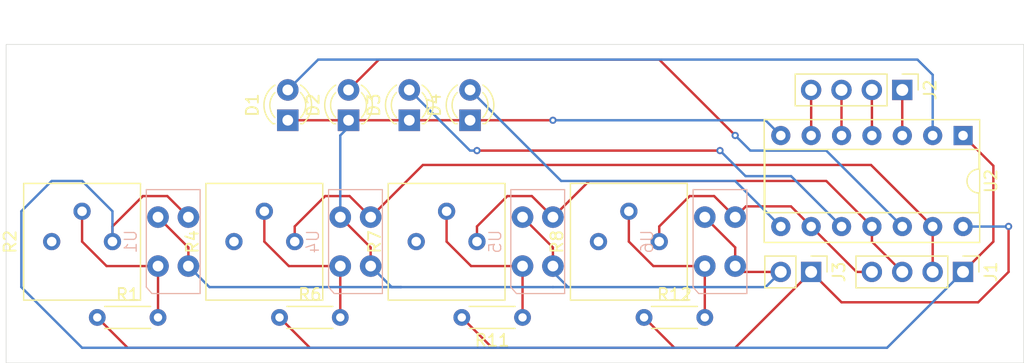
<source format=kicad_pcb>
(kicad_pcb (version 20240108) (generator "pcbnew") (generator_version "8.0")
  (layers (0 "F.Cu" signal) (31 "B.Cu" signal) (34 "B.Paste" user) (35 "F.Paste" user) (36 "B.SilkS" user "B.Silkscreen") (37 "F.SilkS" user "F.Silkscreen") (38 "B.Mask" user) (39 "F.Mask" user) (44 "Edge.Cuts" user))
  (net 0 "")
  (net 1 "Net-(D1-A)")
  (net 2 "GND")
  (net 3 "Net-(D2-A)")
  (net 4 "Net-(D3-A)")
  (net 5 "Net-(D4-A)")
  (net 6 "Net-(J1-Pin_4)")
  (net 7 "Net-(J1-Pin_2)")
  (net 8 "Net-(J1-Pin_1)")
  (net 9 "Net-(J1-Pin_3)")
  (net 10 "Net-(J2-Pin_1)")
  (net 11 "Net-(J2-Pin_4)")
  (net 12 "Net-(J2-Pin_3)")
  (net 13 "Net-(J2-Pin_2)")
  (net 14 "+5V")
  (net 15 "Net-(U1-Anode)")
  (net 16 "Net-(U4-Anode)")
  (net 17 "Net-(U5-Anode)")
  (net 18 "Net-(U6-Anode)")
  (footprint "LED_THT:LED_D3.0mm" (layer "F.Cu") (at 75.62 25.4 90)
    (property "Reference" "D4" (at 1.27 -2.96 90) (layer "F.SilkS"))
    (property "Value" "LED")
    (fp_line (start -0.29 -1.236) (end -0.29 -1.08) (stroke (width 0.12)) (layer "F.SilkS"))
    (fp_line (start -0.29 1.08) (end -0.29 1.236) (stroke (width 0.12)) (layer "F.SilkS"))
    (fp_arc (start -0.29 -1.235516) (mid 1.366487 -1.987659) (end 2.942335 -1.078608) (stroke (width 0.12)) (layer "F.SilkS"))
    (fp_arc (start 0.229039 -1.08) (mid 1.270117 -1.5) (end 2.31113 -1.079837) (stroke (width 0.12)) (layer "F.SilkS"))
    (fp_arc (start 2.942335 1.078608) (mid 1.366487 1.987659) (end -0.29 1.235516) (stroke (width 0.12)) (layer "F.SilkS"))
    (fp_arc (start 2.31113 1.079837) (mid 1.270117 1.5) (end 0.229039 1.08) (stroke (width 0.12)) (layer "F.SilkS"))
    (pad "1" thru_hole rect (at 0 0 90) (size 1.8 1.8) (drill 0.9) (layers "*.Cu" "*.Mask") (net 2 "GND"))
    (pad "2" thru_hole circle (at 2.54 0 90) (size 1.8 1.8) (drill 0.9) (layers "*.Cu" "*.Mask") (net 5 "Net-(D4-A)"))
  )
  (footprint "Connector_PinHeader_2.54mm:PinHeader_1x04_P2.54mm_Vertical" (layer "F.Cu") (at 116.84 38.1 -90)
    (property "Reference" "J1" (at 0 -2.33 90) (layer "F.SilkS"))
    (property "Value" "Conn_01x04_Socket")
    (fp_line (start -1.33 8.95) (end 1.33 8.95) (stroke (width 0.12)) (layer "F.SilkS"))
    (fp_line (start -1.33 1.27) (end -1.33 8.95) (stroke (width 0.12)) (layer "F.SilkS"))
    (fp_line (start -1.33 1.27) (end 1.33 1.27) (stroke (width 0.12)) (layer "F.SilkS"))
    (fp_line (start 1.33 1.27) (end 1.33 8.95) (stroke (width 0.12)) (layer "F.SilkS"))
    (fp_line (start -1.33 0) (end -1.33 -1.33) (stroke (width 0.12)) (layer "F.SilkS"))
    (fp_line (start -1.33 -1.33) (end 0 -1.33) (stroke (width 0.12)) (layer "F.SilkS"))
    (pad "1" thru_hole rect (at 0 0 270) (size 1.7 1.7) (drill 1) (layers "*.Cu" "*.Mask") (net 8 "Net-(J1-Pin_1)"))
    (pad "2" thru_hole oval (at 0 2.54 270) (size 1.7 1.7) (drill 1) (layers "*.Cu" "*.Mask") (net 7 "Net-(J1-Pin_2)"))
    (pad "3" thru_hole oval (at 0 5.08 270) (size 1.7 1.7) (drill 1) (layers "*.Cu" "*.Mask") (net 9 "Net-(J1-Pin_3)"))
    (pad "4" thru_hole oval (at 0 7.62 270) (size 1.7 1.7) (drill 1) (layers "*.Cu" "*.Mask") (net 6 "Net-(J1-Pin_4)"))
  )
  (footprint "Resistor_THT:R_Axial_DIN0204_L3.6mm_D1.6mm_P5.08mm_Horizontal" (layer "F.Cu") (at 80.01 41.91 180)
    (property "Reference" "R11" (at 2.54 -1.92 0) (layer "F.SilkS"))
    (property "Value" "300")
    (fp_line (start 0.62 0.92) (end 4.46 0.92) (stroke (width 0.12)) (layer "F.SilkS"))
    (fp_line (start 0.62 -0.92) (end 4.46 -0.92) (stroke (width 0.12)) (layer "F.SilkS"))
    (pad "1" thru_hole circle (at 0 0 180) (size 1.4 1.4) (drill 0.7) (layers "*.Cu" "*.Mask") (net 17 "Net-(U5-Anode)"))
    (pad "2" thru_hole oval (at 5.08 0 180) (size 1.4 1.4) (drill 0.7) (layers "*.Cu" "*.Mask") (net 14 "+5V"))
  )
  (footprint "Resistor_THT:R_Axial_DIN0204_L3.6mm_D1.6mm_P5.08mm_Horizontal" (layer "F.Cu") (at 90.17 41.91)
    (property "Reference" "R12" (at 2.54 -1.92 0) (layer "F.SilkS"))
    (property "Value" "300")
    (fp_line (start 0.62 -0.92) (end 4.46 -0.92) (stroke (width 0.12)) (layer "F.SilkS"))
    (fp_line (start 0.62 0.92) (end 4.46 0.92) (stroke (width 0.12)) (layer "F.SilkS"))
    (pad "1" thru_hole circle (at 0 0) (size 1.4 1.4) (drill 0.7) (layers "*.Cu" "*.Mask") (net 14 "+5V"))
    (pad "2" thru_hole oval (at 5.08 0) (size 1.4 1.4) (drill 0.7) (layers "*.Cu" "*.Mask") (net 18 "Net-(U6-Anode)"))
  )
  (footprint "LED_THT:LED_D3.0mm" (layer "F.Cu") (at 70.54 25.4 90)
    (property "Reference" "D3" (at 1.27 -2.96 90) (layer "F.SilkS"))
    (property "Value" "LED")
    (fp_line (start -0.29 -1.236) (end -0.29 -1.08) (stroke (width 0.12)) (layer "F.SilkS"))
    (fp_line (start -0.29 1.08) (end -0.29 1.236) (stroke (width 0.12)) (layer "F.SilkS"))
    (fp_arc (start -0.29 -1.235516) (mid 1.366487 -1.987659) (end 2.942335 -1.078608) (stroke (width 0.12)) (layer "F.SilkS"))
    (fp_arc (start 0.229039 -1.08) (mid 1.270117 -1.5) (end 2.31113 -1.079837) (stroke (width 0.12)) (layer "F.SilkS"))
    (fp_arc (start 2.942335 1.078608) (mid 1.366487 1.987659) (end -0.29 1.235516) (stroke (width 0.12)) (layer "F.SilkS"))
    (fp_arc (start 2.31113 1.079837) (mid 1.270117 1.5) (end 0.229039 1.08) (stroke (width 0.12)) (layer "F.SilkS"))
    (pad "1" thru_hole rect (at 0 0 90) (size 1.8 1.8) (drill 0.9) (layers "*.Cu" "*.Mask") (net 2 "GND"))
    (pad "2" thru_hole circle (at 2.54 0 90) (size 1.8 1.8) (drill 0.9) (layers "*.Cu" "*.Mask") (net 4 "Net-(D3-A)"))
  )
  (footprint "Connector_PinHeader_2.54mm:PinHeader_1x02_P2.54mm_Vertical" (layer "F.Cu") (at 104.14 38.1 -90)
    (property "Reference" "J3" (at 0 -2.33 90) (layer "F.SilkS"))
    (property "Value" "Conn_01x02_Socket")
    (fp_line (start -1.33 3.87) (end 1.33 3.87) (stroke (width 0.12)) (layer "F.SilkS"))
    (fp_line (start -1.33 1.27) (end -1.33 3.87) (stroke (width 0.12)) (layer "F.SilkS"))
    (fp_line (start -1.33 1.27) (end 1.33 1.27) (stroke (width 0.12)) (layer "F.SilkS"))
    (fp_line (start 1.33 1.27) (end 1.33 3.87) (stroke (width 0.12)) (layer "F.SilkS"))
    (fp_line (start -1.33 0) (end -1.33 -1.33) (stroke (width 0.12)) (layer "F.SilkS"))
    (fp_line (start -1.33 -1.33) (end 0 -1.33) (stroke (width 0.12)) (layer "F.SilkS"))
    (pad "1" thru_hole rect (at 0 0 270) (size 1.7 1.7) (drill 1) (layers "*.Cu" "*.Mask") (net 14 "+5V"))
    (pad "2" thru_hole oval (at 0 2.54 270) (size 1.7 1.7) (drill 1) (layers "*.Cu" "*.Mask") (net 2 "GND"))
  )
  (footprint "Resistor_THT:R_Axial_DIN0204_L3.6mm_D1.6mm_P5.08mm_Horizontal" (layer "F.Cu") (at 59.69 41.91)
    (property "Reference" "R6" (at 2.54 -1.92 0) (layer "F.SilkS"))
    (property "Value" "300")
    (fp_line (start 0.62 -0.92) (end 4.46 -0.92) (stroke (width 0.12)) (layer "F.SilkS"))
    (fp_line (start 0.62 0.92) (end 4.46 0.92) (stroke (width 0.12)) (layer "F.SilkS"))
    (pad "1" thru_hole circle (at 0 0) (size 1.4 1.4) (drill 0.7) (layers "*.Cu" "*.Mask") (net 14 "+5V"))
    (pad "2" thru_hole oval (at 5.08 0) (size 1.4 1.4) (drill 0.7) (layers "*.Cu" "*.Mask") (net 16 "Net-(U4-Anode)"))
  )
  (footprint "Potentiometer_THT:Potentiometer_Bourns_3386P_Vertical" (layer "F.Cu") (at 60.96 35.56 90)
    (property "Reference" "R4" (at -0.015 -8.555 90) (layer "F.SilkS"))
    (property "Value" "50k")
    (fp_line (start 4.87 -7.425) (end 4.87 2.345) (stroke (width 0.12)) (layer "F.SilkS"))
    (fp_line (start -4.9 -7.425) (end 4.87 -7.425) (stroke (width 0.12)) (layer "F.SilkS"))
    (fp_line (start -4.9 -7.425) (end -4.9 2.345) (stroke (width 0.12)) (layer "F.SilkS"))
    (fp_line (start -4.9 2.345) (end 4.87 2.345) (stroke (width 0.12)) (layer "F.SilkS"))
    (pad "1" thru_hole circle (at 0 0 90) (size 1.44 1.44) (drill 0.8) (layers "*.Cu" "*.Mask") (net 7 "Net-(J1-Pin_2)"))
    (pad "2" thru_hole circle (at 2.54 -2.54 90) (size 1.44 1.44) (drill 0.8) (layers "*.Cu" "*.Mask") (net 16 "Net-(U4-Anode)"))
    (pad "3" thru_hole circle (at 0 -5.08 90) (size 1.44 1.44) (drill 0.8) (layers "*.Cu" "*.Mask"))
  )
  (footprint "LED_THT:LED_D3.0mm" (layer "F.Cu") (at 65.46 25.4 90)
    (property "Reference" "D2" (at 1.27 -2.96 90) (layer "F.SilkS"))
    (property "Value" "LED")
    (fp_line (start -0.29 -1.236) (end -0.29 -1.08) (stroke (width 0.12)) (layer "F.SilkS"))
    (fp_line (start -0.29 1.08) (end -0.29 1.236) (stroke (width 0.12)) (layer "F.SilkS"))
    (fp_arc (start -0.29 -1.235516) (mid 1.366487 -1.987659) (end 2.942335 -1.078608) (stroke (width 0.12)) (layer "F.SilkS"))
    (fp_arc (start 0.229039 -1.08) (mid 1.270117 -1.5) (end 2.31113 -1.079837) (stroke (width 0.12)) (layer "F.SilkS"))
    (fp_arc (start 2.942335 1.078608) (mid 1.366487 1.987659) (end -0.29 1.235516) (stroke (width 0.12)) (layer "F.SilkS"))
    (fp_arc (start 2.31113 1.079837) (mid 1.270117 1.5) (end 0.229039 1.08) (stroke (width 0.12)) (layer "F.SilkS"))
    (pad "1" thru_hole rect (at 0 0 90) (size 1.8 1.8) (drill 0.9) (layers "*.Cu" "*.Mask") (net 2 "GND"))
    (pad "2" thru_hole circle (at 2.54 0 90) (size 1.8 1.8) (drill 0.9) (layers "*.Cu" "*.Mask") (net 3 "Net-(D2-A)"))
  )
  (footprint "Potentiometer_THT:Potentiometer_Bourns_3386P_Vertical" (layer "F.Cu") (at 91.44 35.56 90)
    (property "Reference" "R8" (at -0.015 -8.555 90) (layer "F.SilkS"))
    (property "Value" "50k")
    (fp_line (start 4.87 -7.425) (end 4.87 2.345) (stroke (width 0.12)) (layer "F.SilkS"))
    (fp_line (start -4.9 -7.425) (end 4.87 -7.425) (stroke (width 0.12)) (layer "F.SilkS"))
    (fp_line (start -4.9 -7.425) (end -4.9 2.345) (stroke (width 0.12)) (layer "F.SilkS"))
    (fp_line (start -4.9 2.345) (end 4.87 2.345) (stroke (width 0.12)) (layer "F.SilkS"))
    (pad "1" thru_hole circle (at 0 0 90) (size 1.44 1.44) (drill 0.8) (layers "*.Cu" "*.Mask") (net 6 "Net-(J1-Pin_4)"))
    (pad "2" thru_hole circle (at 2.54 -2.54 90) (size 1.44 1.44) (drill 0.8) (layers "*.Cu" "*.Mask") (net 18 "Net-(U6-Anode)"))
    (pad "3" thru_hole circle (at 0 -5.08 90) (size 1.44 1.44) (drill 0.8) (layers "*.Cu" "*.Mask"))
  )
  (footprint "LED_THT:LED_D3.0mm" (layer "F.Cu") (at 60.38 25.4 90)
    (property "Reference" "D1" (at 1.27 -2.96 90) (layer "F.SilkS"))
    (property "Value" "LED")
    (fp_line (start -0.29 -1.236) (end -0.29 -1.08) (stroke (width 0.12)) (layer "F.SilkS"))
    (fp_line (start -0.29 1.08) (end -0.29 1.236) (stroke (width 0.12)) (layer "F.SilkS"))
    (fp_arc (start -0.29 -1.235516) (mid 1.366487 -1.987659) (end 2.942335 -1.078608) (stroke (width 0.12)) (layer "F.SilkS"))
    (fp_arc (start 0.229039 -1.08) (mid 1.270117 -1.5) (end 2.31113 -1.079837) (stroke (width 0.12)) (layer "F.SilkS"))
    (fp_arc (start 2.942335 1.078608) (mid 1.366487 1.987659) (end -0.29 1.235516) (stroke (width 0.12)) (layer "F.SilkS"))
    (fp_arc (start 2.31113 1.079837) (mid 1.270117 1.5) (end 0.229039 1.08) (stroke (width 0.12)) (layer "F.SilkS"))
    (pad "1" thru_hole rect (at 0 0 90) (size 1.8 1.8) (drill 0.9) (layers "*.Cu" "*.Mask") (net 2 "GND"))
    (pad "2" thru_hole circle (at 2.54 0 90) (size 1.8 1.8) (drill 0.9) (layers "*.Cu" "*.Mask") (net 1 "Net-(D1-A)"))
  )
  (footprint "Connector_PinHeader_2.54mm:PinHeader_1x04_P2.54mm_Vertical" (layer "F.Cu") (at 111.76 22.86 -90)
    (property "Reference" "J2" (at 0 -2.33 90) (layer "F.SilkS"))
    (property "Value" "Conn_01x04_Socket")
    (fp_line (start -1.33 8.95) (end 1.33 8.95) (stroke (width 0.12)) (layer "F.SilkS"))
    (fp_line (start -1.33 1.27) (end -1.33 8.95) (stroke (width 0.12)) (layer "F.SilkS"))
    (fp_line (start -1.33 1.27) (end 1.33 1.27) (stroke (width 0.12)) (layer "F.SilkS"))
    (fp_line (start 1.33 1.27) (end 1.33 8.95) (stroke (width 0.12)) (layer "F.SilkS"))
    (fp_line (start -1.33 0) (end -1.33 -1.33) (stroke (width 0.12)) (layer "F.SilkS"))
    (fp_line (start -1.33 -1.33) (end 0 -1.33) (stroke (width 0.12)) (layer "F.SilkS"))
    (pad "1" thru_hole rect (at 0 0 270) (size 1.7 1.7) (drill 1) (layers "*.Cu" "*.Mask") (net 10 "Net-(J2-Pin_1)"))
    (pad "2" thru_hole oval (at 0 2.54 270) (size 1.7 1.7) (drill 1) (layers "*.Cu" "*.Mask") (net 13 "Net-(J2-Pin_2)"))
    (pad "3" thru_hole oval (at 0 5.08 270) (size 1.7 1.7) (drill 1) (layers "*.Cu" "*.Mask") (net 12 "Net-(J2-Pin_3)"))
    (pad "4" thru_hole oval (at 0 7.62 270) (size 1.7 1.7) (drill 1) (layers "*.Cu" "*.Mask") (net 11 "Net-(J2-Pin_4)"))
  )
  (footprint "Package_DIP:DIP-14_W7.62mm_Socket" (layer "F.Cu") (at 116.845 26.68 -90)
    (property "Reference" "U2" (at 3.81 -2.33 90) (layer "F.SilkS"))
    (property "Value" "74HC7014")
    (fp_line (start -1.33 16.63) (end 8.95 16.63) (stroke (width 0.12)) (layer "F.SilkS"))
    (fp_line (start 8.95 16.63) (end 8.95 -1.39) (stroke (width 0.12)) (layer "F.SilkS"))
    (fp_line (start 1.16 16.57) (end 6.46 16.57) (stroke (width 0.12)) (layer "F.SilkS"))
    (fp_line (start 6.46 16.57) (end 6.46 -1.33) (stroke (width 0.12)) (layer "F.SilkS"))
    (fp_line (start 1.16 -1.33) (end 1.16 16.57) (stroke (width 0.12)) (layer "F.SilkS"))
    (fp_line (start 2.81 -1.33) (end 1.16 -1.33) (stroke (width 0.12)) (layer "F.SilkS"))
    (fp_line (start 6.46 -1.33) (end 4.81 -1.33) (stroke (width 0.12)) (layer "F.SilkS"))
    (fp_line (start -1.33 -1.39) (end -1.33 16.63) (stroke (width 0.12)) (layer "F.SilkS"))
    (fp_line (start 8.95 -1.39) (end -1.33 -1.39) (stroke (width 0.12)) (layer "F.SilkS"))
    (fp_arc (start 4.81 -1.33) (mid 3.81 -0.33) (end 2.81 -1.33) (stroke (width 0.12)) (layer "F.SilkS"))
    (pad "1" thru_hole rect (at 0 0 270) (size 1.6 1.6) (drill 0.8) (layers "*.Cu" "*.Mask") (net 8 "Net-(J1-Pin_1)"))
    (pad "2" thru_hole oval (at 0 2.54 270) (size 1.6 1.6) (drill 0.8) (layers "*.Cu" "*.Mask") (net 1 "Net-(D1-A)"))
    (pad "3" thru_hole oval (at 0 5.08 270) (size 1.6 1.6) (drill 0.8) (layers "*.Cu" "*.Mask") (net 10 "Net-(J2-Pin_1)"))
    (pad "4" thru_hole oval (at 0 7.62 270) (size 1.6 1.6) (drill 0.8) (layers "*.Cu" "*.Mask") (net 13 "Net-(J2-Pin_2)"))
    (pad "5" thru_hole oval (at 0 10.16 270) (size 1.6 1.6) (drill 0.8) (layers "*.Cu" "*.Mask") (net 12 "Net-(J2-Pin_3)"))
    (pad "6" thru_hole oval (at 0 12.7 270) (size 1.6 1.6) (drill 0.8) (layers "*.Cu" "*.Mask") (net 11 "Net-(J2-Pin_4)"))
    (pad "7" thru_hole oval (at 0 15.24 270) (size 1.6 1.6) (drill 0.8) (layers "*.Cu" "*.Mask") (net 2 "GND"))
    (pad "8" thru_hole oval (at 7.62 15.24 270) (size 1.6 1.6) (drill 0.8) (layers "*.Cu" "*.Mask") (net 5 "Net-(D4-A)"))
    (pad "9" thru_hole oval (at 7.62 12.7 270) (size 1.6 1.6) (drill 0.8) (layers "*.Cu" "*.Mask") (net 6 "Net-(J1-Pin_4)"))
    (pad "10" thru_hole oval (at 7.62 10.16 270) (size 1.6 1.6) (drill 0.8) (layers "*.Cu" "*.Mask") (net 4 "Net-(D3-A)"))
    (pad "11" thru_hole oval (at 7.62 7.62 270) (size 1.6 1.6) (drill 0.8) (layers "*.Cu" "*.Mask") (net 9 "Net-(J1-Pin_3)"))
    (pad "12" thru_hole oval (at 7.62 5.08 270) (size 1.6 1.6) (drill 0.8) (layers "*.Cu" "*.Mask") (net 3 "Net-(D2-A)"))
    (pad "13" thru_hole oval (at 7.62 2.54 270) (size 1.6 1.6) (drill 0.8) (layers "*.Cu" "*.Mask") (net 7 "Net-(J1-Pin_2)"))
    (pad "14" thru_hole oval (at 7.62 0 270) (size 1.6 1.6) (drill 0.8) (layers "*.Cu" "*.Mask") (net 14 "+5V"))
  )
  (footprint "Resistor_THT:R_Axial_DIN0204_L3.6mm_D1.6mm_P5.08mm_Horizontal" (layer "F.Cu") (at 44.45 41.91)
    (property "Reference" "R1" (at 2.54 -1.92 0) (layer "F.SilkS"))
    (property "Value" "300")
    (fp_line (start 0.62 -0.92) (end 4.46 -0.92) (stroke (width 0.12)) (layer "F.SilkS"))
    (fp_line (start 0.62 0.92) (end 4.46 0.92) (stroke (width 0.12)) (layer "F.SilkS"))
    (pad "1" thru_hole circle (at 0 0) (size 1.4 1.4) (drill 0.7) (layers "*.Cu" "*.Mask") (net 14 "+5V"))
    (pad "2" thru_hole oval (at 5.08 0) (size 1.4 1.4) (drill 0.7) (layers "*.Cu" "*.Mask") (net 15 "Net-(U1-Anode)"))
  )
  (footprint "Potentiometer_THT:Potentiometer_Bourns_3386P_Vertical" (layer "F.Cu") (at 45.72 35.56 90)
    (property "Reference" "R2" (at -0.015 -8.555 90) (layer "F.SilkS"))
    (property "Value" "50k")
    (fp_line (start 4.87 -7.425) (end 4.87 2.345) (stroke (width 0.12)) (layer "F.SilkS"))
    (fp_line (start -4.9 -7.425) (end 4.87 -7.425) (stroke (width 0.12)) (layer "F.SilkS"))
    (fp_line (start -4.9 -7.425) (end -4.9 2.345) (stroke (width 0.12)) (layer "F.SilkS"))
    (fp_line (start -4.9 2.345) (end 4.87 2.345) (stroke (width 0.12)) (layer "F.SilkS"))
    (pad "1" thru_hole circle (at 0 0 90) (size 1.44 1.44) (drill 0.8) (layers "*.Cu" "*.Mask") (net 8 "Net-(J1-Pin_1)"))
    (pad "2" thru_hole circle (at 2.54 -2.54 90) (size 1.44 1.44) (drill 0.8) (layers "*.Cu" "*.Mask") (net 15 "Net-(U1-Anode)"))
    (pad "3" thru_hole circle (at 0 -5.08 90) (size 1.44 1.44) (drill 0.8) (layers "*.Cu" "*.Mask"))
  )
  (footprint "Potentiometer_THT:Potentiometer_Bourns_3386P_Vertical" (layer "F.Cu") (at 76.2 35.56 90)
    (property "Reference" "R7" (at -0.015 -8.555 90) (layer "F.SilkS"))
    (property "Value" "50k")
    (fp_line (start 4.87 -7.425) (end 4.87 2.345) (stroke (width 0.12)) (layer "F.SilkS"))
    (fp_line (start -4.9 -7.425) (end 4.87 -7.425) (stroke (width 0.12)) (layer "F.SilkS"))
    (fp_line (start -4.9 -7.425) (end -4.9 2.345) (stroke (width 0.12)) (layer "F.SilkS"))
    (fp_line (start -4.9 2.345) (end 4.87 2.345) (stroke (width 0.12)) (layer "F.SilkS"))
    (pad "1" thru_hole circle (at 0 0 90) (size 1.44 1.44) (drill 0.8) (layers "*.Cu" "*.Mask") (net 9 "Net-(J1-Pin_3)"))
    (pad "2" thru_hole circle (at 2.54 -2.54 90) (size 1.44 1.44) (drill 0.8) (layers "*.Cu" "*.Mask") (net 17 "Net-(U5-Anode)"))
    (pad "3" thru_hole circle (at 0 -5.08 90) (size 1.44 1.44) (drill 0.8) (layers "*.Cu" "*.Mask"))
  )
  (footprint "LBR-127HLD:LBR-127HLD" (layer "B.Cu") (at 50.8 35.56 -90)
    (property "Reference" "U1" (at 0 3.556 90) (layer "B.SilkS") (effects (font (thickness 0.1)) (justify mirror)))
    (property "Value" "LBR-127HLD")
    (fp_line (start -4.35 2.25) (end 3.81 2.25) (stroke (width 0.1)) (layer "B.SilkS"))
    (fp_line (start 4.35 1.778) (end 3.81 2.25) (stroke (width 0.1)) (layer "B.SilkS"))
    (fp_line (start 4.35 1.778) (end 4.35 -2.25) (stroke (width 0.1)) (layer "B.SilkS"))
    (fp_line (start -4.35 -2.25) (end -4.35 2.25) (stroke (width 0.1)) (layer "B.SilkS"))
    (fp_line (start 4.35 -2.25) (end -4.35 -2.25) (stroke (width 0.1)) (layer "B.SilkS"))
    (pad "1" thru_hole circle (at 2.05 1.27 270) (size 1.8 1.8) (drill 0.9) (layers "*.Cu" "*.Mask") (net 15 "Net-(U1-Anode)"))
    (pad "2" thru_hole circle (at 2.05 -1.27 270) (size 1.8 1.8) (drill 0.9) (layers "*.Cu" "*.Mask") (net 2 "GND"))
    (pad "3" thru_hole circle (at -2.05 1.27 270) (size 1.8 1.8) (drill 0.9) (layers "*.Cu" "*.Mask") (net 2 "GND"))
    (pad "4" thru_hole circle (at -2.05 -1.27 270) (size 1.8 1.8) (drill 0.9) (layers "*.Cu" "*.Mask") (net 8 "Net-(J1-Pin_1)"))
  )
  (footprint "LBR-127HLD:LBR-127HLD" (layer "B.Cu") (at 81.28 35.56 -90)
    (property "Reference" "U5" (at 0 3.556 90) (layer "B.SilkS") (effects (font (thickness 0.1)) (justify mirror)))
    (property "Value" "LBR-127HLD")
    (fp_line (start -4.35 2.25) (end 3.81 2.25) (stroke (width 0.1)) (layer "B.SilkS"))
    (fp_line (start 4.35 1.778) (end 3.81 2.25) (stroke (width 0.1)) (layer "B.SilkS"))
    (fp_line (start 4.35 1.778) (end 4.35 -2.25) (stroke (width 0.1)) (layer "B.SilkS"))
    (fp_line (start -4.35 -2.25) (end -4.35 2.25) (stroke (width 0.1)) (layer "B.SilkS"))
    (fp_line (start 4.35 -2.25) (end -4.35 -2.25) (stroke (width 0.1)) (layer "B.SilkS"))
    (pad "1" thru_hole circle (at 2.05 1.27 270) (size 1.8 1.8) (drill 0.9) (layers "*.Cu" "*.Mask") (net 17 "Net-(U5-Anode)"))
    (pad "2" thru_hole circle (at 2.05 -1.27 270) (size 1.8 1.8) (drill 0.9) (layers "*.Cu" "*.Mask") (net 2 "GND"))
    (pad "3" thru_hole circle (at -2.05 1.27 270) (size 1.8 1.8) (drill 0.9) (layers "*.Cu" "*.Mask") (net 2 "GND"))
    (pad "4" thru_hole circle (at -2.05 -1.27 270) (size 1.8 1.8) (drill 0.9) (layers "*.Cu" "*.Mask") (net 9 "Net-(J1-Pin_3)"))
  )
  (footprint "LBR-127HLD:LBR-127HLD" (layer "B.Cu") (at 96.52 35.56 -90)
    (property "Reference" "U6" (at 0 6.096 90) (layer "B.SilkS") (effects (font (thickness 0.1)) (justify mirror)))
    (property "Value" "LBR-127HLD")
    (fp_line (start -4.35 2.25) (end 3.81 2.25) (stroke (width 0.1)) (layer "B.SilkS"))
    (fp_line (start 4.35 1.778) (end 3.81 2.25) (stroke (width 0.1)) (layer "B.SilkS"))
    (fp_line (start 4.35 1.778) (end 4.35 -2.25) (stroke (width 0.1)) (layer "B.SilkS"))
    (fp_line (start -4.35 -2.25) (end -4.35 2.25) (stroke (width 0.1)) (layer "B.SilkS"))
    (fp_line (start 4.35 -2.25) (end -4.35 -2.25) (stroke (width 0.1)) (layer "B.SilkS"))
    (pad "1" thru_hole circle (at 2.05 1.27 270) (size 1.8 1.8) (drill 0.9) (layers "*.Cu" "*.Mask") (net 18 "Net-(U6-Anode)"))
    (pad "2" thru_hole circle (at 2.05 -1.27 270) (size 1.8 1.8) (drill 0.9) (layers "*.Cu" "*.Mask") (net 2 "GND"))
    (pad "3" thru_hole circle (at -2.05 1.27 270) (size 1.8 1.8) (drill 0.9) (layers "*.Cu" "*.Mask") (net 2 "GND"))
    (pad "4" thru_hole circle (at -2.05 -1.27 270) (size 1.8 1.8) (drill 0.9) (layers "*.Cu" "*.Mask") (net 6 "Net-(J1-Pin_4)"))
  )
  (footprint "LBR-127HLD:LBR-127HLD" (layer "B.Cu") (at 66.04 35.56 -90)
    (property "Reference" "U4" (at 0 3.556 90) (layer "B.SilkS") (effects (font (thickness 0.1)) (justify mirror)))
    (property "Value" "LBR-127HLD")
    (fp_line (start -4.35 2.25) (end 3.81 2.25) (stroke (width 0.1)) (layer "B.SilkS"))
    (fp_line (start 4.35 1.778) (end 3.81 2.25) (stroke (width 0.1)) (layer "B.SilkS"))
    (fp_line (start 4.35 1.778) (end 4.35 -2.25) (stroke (width 0.1)) (layer "B.SilkS"))
    (fp_line (start -4.35 -2.25) (end -4.35 2.25) (stroke (width 0.1)) (layer "B.SilkS"))
    (fp_line (start 4.35 -2.25) (end -4.35 -2.25) (stroke (width 0.1)) (layer "B.SilkS"))
    (pad "1" thru_hole circle (at 2.05 1.27 270) (size 1.8 1.8) (drill 0.9) (layers "*.Cu" "*.Mask") (net 16 "Net-(U4-Anode)"))
    (pad "2" thru_hole circle (at 2.05 -1.27 270) (size 1.8 1.8) (drill 0.9) (layers "*.Cu" "*.Mask") (net 2 "GND"))
    (pad "3" thru_hole circle (at -2.05 1.27 270) (size 1.8 1.8) (drill 0.9) (layers "*.Cu" "*.Mask") (net 2 "GND"))
    (pad "4" thru_hole circle (at -2.05 -1.27 270) (size 1.8 1.8) (drill 0.9) (layers "*.Cu" "*.Mask") (net 7 "Net-(J1-Pin_2)"))
  )
  (gr_rect (start 36.83 19.05) (end 121.92 45.72) (stroke (width 0.05)) (fill none) (layer "Edge.Cuts"))
  (segment (start 114.305 21.595) (end 113.03 20.32) (width 0.2) (layer "B.Cu") (net 1))
  (segment (start 114.305 26.68) (end 114.305 21.595) (width 0.2) (layer "B.Cu") (net 1))
  (segment (start 62.92 20.32) (end 60.38 22.86) (width 0.2) (layer "B.Cu") (net 1))
  (segment (start 113.03 20.32) (end 62.92 20.32) (width 0.2) (layer "B.Cu") (net 1))
  (segment (start 64.77 33.51) (end 67.31 36.05) (width 0.2) (layer "F.Cu") (net 2))
  (segment (start 82.55 36.05) (end 82.55 37.61) (width 0.2) (layer "F.Cu") (net 2))
  (segment (start 52.07 36.05) (end 52.07 37.61) (width 0.2) (layer "F.Cu") (net 2))
  (segment (start 97.79 36.05) (end 97.79 37.61) (width 0.2) (layer "F.Cu") (net 2))
  (segment (start 95.25 33.51) (end 97.79 36.05) (width 0.2) (layer "F.Cu") (net 2))
  (segment (start 82.55 25.4) (end 75.62 25.4) (width 0.2) (layer "F.Cu") (net 2))
  (segment (start 98.28 38.1) (end 97.79 37.61) (width 0.2) (layer "F.Cu") (net 2))
  (segment (start 49.53 33.51) (end 52.07 36.05) (width 0.2) (layer "F.Cu") (net 2))
  (segment (start 60.38 25.4) (end 75.62 25.4) (width 0.2) (layer "F.Cu") (net 2))
  (segment (start 67.31 36.05) (end 67.31 37.61) (width 0.2) (layer "F.Cu") (net 2))
  (segment (start 80.01 33.51) (end 82.55 36.05) (width 0.2) (layer "F.Cu") (net 2))
  (segment (start 101.6 38.1) (end 98.28 38.1) (width 0.2) (layer "F.Cu") (net 2))
  (via (at 82.55 25.4) (size 0.6) (drill 0.3) (layers "F.Cu" "B.Cu") (net 2))
  (segment (start 69.07 39.37) (end 69.85 39.37) (width 0.2) (layer "B.Cu") (net 2))
  (segment (start 64.77 26.67) (end 65.46 25.98) (width 0.2) (layer "B.Cu") (net 2))
  (segment (start 65.46 25.4) (end 65.46 25.98) (width 0.2) (layer "B.Cu") (net 2))
  (segment (start 67.31 37.61) (end 69.07 39.37) (width 0.2) (layer "B.Cu") (net 2))
  (segment (start 53.83 39.37) (end 69.85 39.37) (width 0.2) (layer "B.Cu") (net 2))
  (segment (start 52.07 37.61) (end 53.83 39.37) (width 0.2) (layer "B.Cu") (net 2))
  (segment (start 100.33 39.37) (end 101.6 38.1) (width 0.2) (layer "B.Cu") (net 2))
  (segment (start 100.325 25.4) (end 82.55 25.4) (width 0.2) (layer "B.Cu") (net 2))
  (segment (start 82.55 38.1) (end 83.82 39.37) (width 0.2) (layer "B.Cu") (net 2))
  (segment (start 69.85 39.37) (end 82.55 39.37) (width 0.2) (layer "B.Cu") (net 2))
  (segment (start 64.77 26.67) (end 64.77 33.51) (width 0.2) (layer "B.Cu") (net 2))
  (segment (start 101.605 26.68) (end 100.325 25.4) (width 0.2) (layer "B.Cu") (net 2))
  (segment (start 82.55 39.37) (end 100.33 39.37) (width 0.2) (layer "B.Cu") (net 2))
  (segment (start 82.55 37.61) (end 82.55 38.1) (width 0.2) (layer "B.Cu") (net 2))
  (segment (start 91.44 20.32) (end 68 20.32) (width 0.2) (layer "F.Cu") (net 3))
  (segment (start 97.79 26.67) (end 91.44 20.32) (width 0.2) (layer "F.Cu") (net 3))
  (segment (start 68 20.32) (end 65.46 22.86) (width 0.2) (layer "F.Cu") (net 3))
  (via (at 97.79 26.67) (size 0.6) (drill 0.3) (layers "F.Cu" "B.Cu") (net 3))
  (segment (start 105.405 27.94) (end 111.765 34.3) (width 0.2) (layer "B.Cu") (net 3))
  (segment (start 99.06 27.94) (end 105.405 27.94) (width 0.2) (layer "B.Cu") (net 3))
  (segment (start 97.79 26.67) (end 99.06 27.94) (width 0.2) (layer "B.Cu") (net 3))
  (segment (start 96.52 27.94) (end 76.2 27.94) (width 0.2) (layer "F.Cu") (net 4))
  (via (at 96.52 27.94) (size 0.6) (drill 0.3) (layers "F.Cu" "B.Cu") (net 4))
  (via (at 76.2 27.94) (size 0.6) (drill 0.3) (layers "F.Cu" "B.Cu") (net 4))
  (segment (start 106.685 34.3) (end 102.465 30.08) (width 0.2) (layer "B.Cu") (net 4))
  (segment (start 76.2 27.94) (end 75.62 27.94) (width 0.2) (layer "B.Cu") (net 4))
  (segment (start 102.465 30.08) (end 98.66 30.08) (width 0.2) (layer "B.Cu") (net 4))
  (segment (start 75.62 27.94) (end 70.54 22.86) (width 0.2) (layer "B.Cu") (net 4))
  (segment (start 98.66 30.08) (end 96.52 27.94) (width 0.2) (layer "B.Cu") (net 4))
  (segment (start 97.785 30.48) (end 83.24 30.48) (width 0.2) (layer "B.Cu") (net 5))
  (segment (start 83.24 30.48) (end 75.62 22.86) (width 0.2) (layer "B.Cu") (net 5))
  (segment (start 101.605 34.3) (end 97.785 30.48) (width 0.2) (layer "B.Cu") (net 5))
  (segment (start 102.455 32.61) (end 104.145 34.3) (width 0.2) (layer "F.Cu") (net 6))
  (segment (start 97.79 33.51) (end 98.69 32.61) (width 0.2) (layer "F.Cu") (net 6))
  (segment (start 93.98 31.75) (end 96.03 31.75) (width 0.2) (layer "F.Cu") (net 6))
  (segment (start 104.145 34.3) (end 107.945 38.1) (width 0.2) (layer "F.Cu") (net 6))
  (segment (start 91.44 35.56) (end 91.44 34.29) (width 0.2) (layer "F.Cu") (net 6))
  (segment (start 98.69 32.61) (end 102.455 32.61) (width 0.2) (layer "F.Cu") (net 6))
  (segment (start 91.44 34.29) (end 93.98 31.75) (width 0.2) (layer "F.Cu") (net 6))
  (segment (start 107.945 38.1) (end 109.22 38.1) (width 0.2) (layer "F.Cu") (net 6))
  (segment (start 96.03 31.75) (end 97.79 33.51) (width 0.2) (layer "F.Cu") (net 6))
  (segment (start 71.68 29.14) (end 109.145 29.14) (width 0.2) (layer "F.Cu") (net 7))
  (segment (start 114.305 34.3) (end 114.305 38.095) (width 0.2) (layer "F.Cu") (net 7))
  (segment (start 63.5 31.75) (end 65.55 31.75) (width 0.2) (layer "F.Cu") (net 7))
  (segment (start 109.145 29.14) (end 114.305 34.3) (width 0.2) (layer "F.Cu") (net 7))
  (segment (start 65.55 31.75) (end 67.31 33.51) (width 0.2) (layer "F.Cu") (net 7))
  (segment (start 60.96 35.56) (end 60.96 34.29) (width 0.2) (layer "F.Cu") (net 7))
  (segment (start 114.305 38.095) (end 114.3 38.1) (width 0.2) (layer "F.Cu") (net 7))
  (segment (start 60.96 34.29) (end 63.5 31.75) (width 0.2) (layer "F.Cu") (net 7))
  (segment (start 67.31 33.51) (end 71.68 29.14) (width 0.2) (layer "F.Cu") (net 7))
  (segment (start 45.72 35.56) (end 45.72 34.29) (width 0.2) (layer "F.Cu") (net 8))
  (segment (start 48.26 31.75) (end 50.31 31.75) (width 0.2) (layer "F.Cu") (net 8))
  (segment (start 119.38 35.56) (end 116.84 38.1) (width 0.2) (layer "F.Cu") (net 8))
  (segment (start 119.38 29.215) (end 119.38 35.56) (width 0.2) (layer "F.Cu") (net 8))
  (segment (start 116.845 26.68) (end 119.38 29.215) (width 0.2) (layer "F.Cu") (net 8))
  (segment (start 50.31 31.75) (end 52.07 33.51) (width 0.2) (layer "F.Cu") (net 8))
  (segment (start 45.72 34.29) (end 48.26 31.75) (width 0.2) (layer "F.Cu") (net 8))
  (segment (start 45.72 33.02) (end 43.18 30.48) (width 0.2) (layer "B.Cu") (net 8))
  (segment (start 38.1 33.02) (end 38.1 39.37) (width 0.2) (layer "B.Cu") (net 8))
  (segment (start 43.18 30.48) (end 40.64 30.48) (width 0.2) (layer "B.Cu") (net 8))
  (segment (start 38.1 39.37) (end 43.18 44.45) (width 0.2) (layer "B.Cu") (net 8))
  (segment (start 110.49 44.45) (end 116.84 38.1) (width 0.2) (layer "B.Cu") (net 8))
  (segment (start 43.18 44.45) (end 110.49 44.45) (width 0.2) (layer "B.Cu") (net 8))
  (segment (start 40.64 30.48) (end 38.1 33.02) (width 0.2) (layer "B.Cu") (net 8))
  (segment (start 45.72 35.56) (end 45.72 33.02) (width 0.2) (layer "B.Cu") (net 8))
  (segment (start 76.2 34.29) (end 78.74 31.75) (width 0.2) (layer "F.Cu") (net 9))
  (segment (start 109.225 35.565) (end 111.76 38.1) (width 0.2) (layer "F.Cu") (net 9))
  (segment (start 85.58 30.48) (end 105.405 30.48) (width 0.2) (layer "F.Cu") (net 9))
  (segment (start 80.79 31.75) (end 82.55 33.51) (width 0.2) (layer "F.Cu") (net 9))
  (segment (start 76.2 35.56) (end 76.2 34.29) (width 0.2) (layer "F.Cu") (net 9))
  (segment (start 78.74 31.75) (end 80.79 31.75) (width 0.2) (layer "F.Cu") (net 9))
  (segment (start 109.225 34.3) (end 109.225 35.565) (width 0.2) (layer "F.Cu") (net 9))
  (segment (start 105.405 30.48) (end 109.225 34.3) (width 0.2) (layer "F.Cu") (net 9))
  (segment (start 82.55 33.51) (end 85.58 30.48) (width 0.2) (layer "F.Cu") (net 9))
  (segment (start 111.76 22.86) (end 111.76 26.675) (width 0.2) (layer "F.Cu") (net 10))
  (segment (start 111.76 26.675) (end 111.765 26.68) (width 0.2) (layer "F.Cu") (net 10))
  (segment (start 104.14 22.86) (end 104.14 24.13) (width 0.2) (layer "F.Cu") (net 11))
  (segment (start 104.145 24.135) (end 104.145 26.68) (width 0.2) (layer "F.Cu") (net 11))
  (segment (start 104.14 24.13) (end 104.145 24.135) (width 0.2) (layer "F.Cu") (net 11))
  (segment (start 106.68 26.675) (end 106.685 26.68) (width 0.2) (layer "F.Cu") (net 12))
  (segment (start 106.68 22.86) (end 106.68 26.675) (width 0.2) (layer "F.Cu") (net 12))
  (segment (start 109.22 22.86) (end 109.22 24.13) (width 0.2) (layer "F.Cu") (net 13))
  (segment (start 109.225 24.135) (end 109.225 26.68) (width 0.2) (layer "F.Cu") (net 13))
  (segment (start 109.22 24.13) (end 109.225 24.135) (width 0.2) (layer "F.Cu") (net 13))
  (segment (start 120.65 38.1) (end 118.11 40.64) (width 0.2) (layer "F.Cu") (net 14))
  (segment (start 106.68 40.64) (end 118.11 40.64) (width 0.2) (layer "F.Cu") (net 14))
  (segment (start 59.69 41.91) (end 62.23 44.45) (width 0.2) (layer "F.Cu") (net 14))
  (segment (start 104.14 38.1) (end 97.79 44.45) (width 0.2) (layer "F.Cu") (net 14))
  (segment (start 91.44 44.45) (end 77.47 44.45) (width 0.2) (layer "F.Cu") (net 14))
  (segment (start 74.93 41.91) (end 77.47 44.45) (width 0.2) (layer "F.Cu") (net 14))
  (segment (start 97.79 44.45) (end 91.44 44.45) (width 0.2) (layer "F.Cu") (net 14))
  (segment (start 77.47 44.45) (end 62.23 44.45) (width 0.2) (layer "F.Cu") (net 14))
  (segment (start 92.71 44.45) (end 90.17 41.91) (width 0.2) (layer "F.Cu") (net 14))
  (segment (start 62.23 44.45) (end 46.99 44.45) (width 0.2) (layer "F.Cu") (net 14))
  (segment (start 46.99 44.45) (end 44.45 41.91) (width 0.2) (layer "F.Cu") (net 14))
  (segment (start 120.65 34.29) (end 120.65 38.1) (width 0.2) (layer "F.Cu") (net 14))
  (segment (start 104.14 38.1) (end 106.68 40.64) (width 0.2) (layer "F.Cu") (net 14))
  (via (at 120.65 34.29) (size 0.6) (drill 0.3) (layers "F.Cu" "B.Cu") (net 14))
  (segment (start 120.64 34.3) (end 120.65 34.29) (width 0.2) (layer "B.Cu") (net 14))
  (segment (start 116.845 34.3) (end 120.64 34.3) (width 0.2) (layer "B.Cu") (net 14))
  (segment (start 49.53 37.61) (end 49.53 41.91) (width 0.2) (layer "F.Cu") (net 15))
  (segment (start 43.18 35.56) (end 43.18 33.02) (width 0.2) (layer "F.Cu") (net 15))
  (segment (start 49.53 37.61) (end 45.23 37.61) (width 0.2) (layer "F.Cu") (net 15))
  (segment (start 45.23 37.61) (end 43.18 35.56) (width 0.2) (layer "F.Cu") (net 15))
  (segment (start 58.42 35.56) (end 58.42 33.02) (width 0.2) (layer "F.Cu") (net 16))
  (segment (start 60.47 37.61) (end 58.42 35.56) (width 0.2) (layer "F.Cu") (net 16))
  (segment (start 64.77 37.61) (end 60.47 37.61) (width 0.2) (layer "F.Cu") (net 16))
  (segment (start 64.77 37.61) (end 64.77 41.91) (width 0.2) (layer "F.Cu") (net 16))
  (segment (start 80.01 37.61) (end 80.01 41.91) (width 0.2) (layer "F.Cu") (net 17))
  (segment (start 73.66 35.56) (end 75.71 37.61) (width 0.2) (layer "F.Cu") (net 17))
  (segment (start 75.71 37.61) (end 80.01 37.61) (width 0.2) (layer "F.Cu") (net 17))
  (segment (start 73.66 33.02) (end 73.66 35.56) (width 0.2) (layer "F.Cu") (net 17))
  (segment (start 88.9 33.02) (end 88.9 35.56) (width 0.2) (layer "F.Cu") (net 18))
  (segment (start 88.9 35.56) (end 90.95 37.61) (width 0.2) (layer "F.Cu") (net 18))
  (segment (start 95.25 37.61) (end 95.25 41.91) (width 0.2) (layer "F.Cu") (net 18))
  (segment (start 90.95 37.61) (end 95.25 37.61) (width 0.2) (layer "F.Cu") (net 18))
)
</source>
